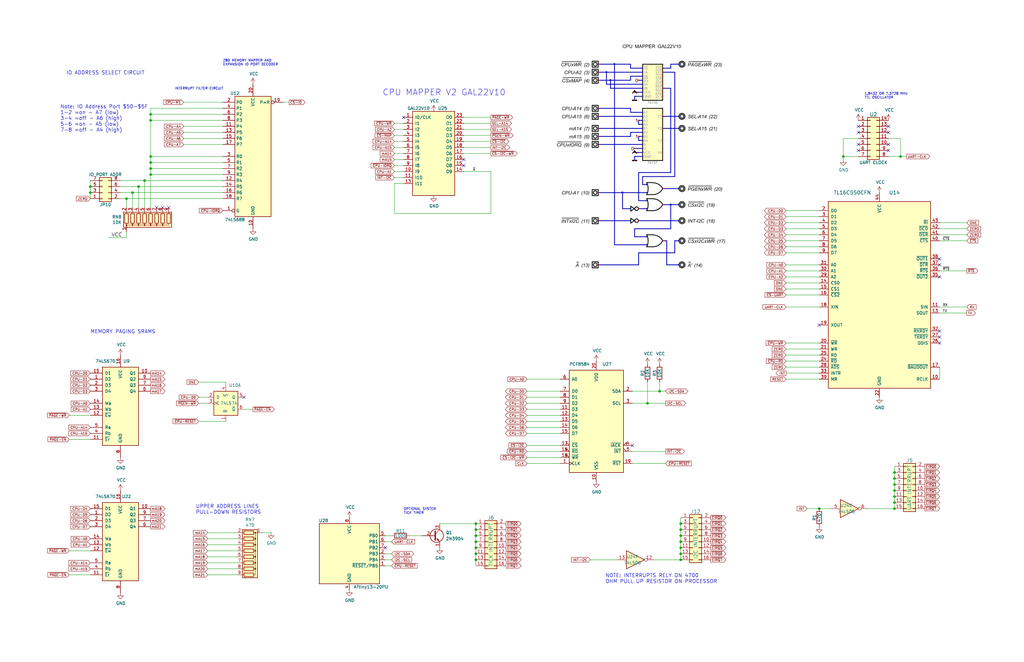
<source format=kicad_sch>
(kicad_sch (version 20211123) (generator eeschema)
  (paper "B")
  (junction (at 63.5 50.8))
  (junction (at 200.66 220.98))
  (junction (at 287.02 231.14))
  (junction (at 377.19 204.47))
  (junction (at 58.42 78.74))
  (junction (at 377.19 209.55))
  (junction (at 38.1 78.74))
  (junction (at 63.5 48.26))
  (junction (at 287.02 226.06))
  (junction (at 200.66 231.14))
  (junction (at 60.96 76.2))
  (junction (at 377.19 212.09))
  (junction (at 278.13 165.1))
  (junction (at 200.66 233.68))
  (junction (at 200.66 226.06))
  (junction (at 200.66 236.22))
  (junction (at 273.05 170.18))
  (junction (at 355.6 66.04))
  (junction (at 55.88 81.28))
  (junction (at 287.02 236.22))
  (junction (at 287.02 228.6))
  (junction (at 345.44 214.63))
  (junction (at 377.19 207.01))
  (junction (at 287.02 223.52))
  (junction (at 287.02 220.98))
  (junction (at 38.1 81.28))
  (junction (at 63.5 66.04))
  (junction (at 377.19 201.93))
  (junction (at 377.19 199.39))
  (junction (at 200.66 228.6))
  (junction (at 287.02 233.68))
  (junction (at 63.5 68.58))
  (junction (at 53.34 83.82))
  (junction (at 379.73 66.04))
  (junction (at 63.5 73.66))
  (junction (at 377.19 214.63))
  (junction (at 200.66 223.52))
  (junction (at 63.5 71.12))
  (no_connect (at 374.65 55.88))
  (no_connect (at 266.7 187.96))
  (no_connect (at 361.95 60.96))
  (no_connect (at 396.24 111.76))
  (no_connect (at 195.58 67.31))
  (no_connect (at 396.24 109.22))
  (no_connect (at 374.65 63.5))
  (no_connect (at 345.44 137.16))
  (no_connect (at 162.56 231.14))
  (no_connect (at 170.18 49.53))
  (no_connect (at 195.58 69.85))
  (no_connect (at 361.95 63.5))
  (no_connect (at 396.24 116.84))
  (no_connect (at 66.04 87.63))
  (no_connect (at 396.24 144.78))
  (no_connect (at 361.95 55.88))
  (no_connect (at 374.65 60.96))
  (no_connect (at 68.58 87.63))
  (no_connect (at 71.12 87.63))
  (no_connect (at 374.65 53.34))
  (no_connect (at 102.87 167.64))
  (no_connect (at 396.24 142.24))
  (no_connect (at 361.95 53.34))
  (no_connect (at 396.24 139.7))
  (wire (pts (xy 345.44 154.94) (xy 331.47 154.94)))
  (wire (pts (xy 355.6 58.42) (xy 355.6 66.04)))
  (wire (pts (xy 377.19 212.09) (xy 377.19 209.55)))
  (wire (pts (xy 200.66 228.6) (xy 200.66 226.06)))
  (wire (pts (xy 207.01 72.39) (xy 195.58 72.39)))
  (wire (pts (xy 200.66 231.14) (xy 200.66 228.6)))
  (wire (pts (xy 331.47 91.44) (xy 345.44 91.44)))
  (wire (pts (xy 200.66 223.52) (xy 200.66 220.98)))
  (wire (pts (xy 53.34 100.33) (xy 53.34 97.79)))
  (wire (pts (xy 87.63 224.79) (xy 100.33 224.79)))
  (wire (pts (xy 60.96 87.63) (xy 60.96 76.2)))
  (wire (pts (xy 55.88 87.63) (xy 55.88 81.28)))
  (wire (pts (xy 287.02 226.06) (xy 287.02 223.52)))
  (wire (pts (xy 195.58 49.53) (xy 207.01 49.53)))
  (wire (pts (xy 361.95 58.42) (xy 355.6 58.42)))
  (wire (pts (xy 407.67 101.6) (xy 396.24 101.6)))
  (wire (pts (xy 396.24 99.06) (xy 407.67 99.06)))
  (wire (pts (xy 407.67 132.08) (xy 396.24 132.08)))
  (wire (pts (xy 355.6 67.31) (xy 355.6 66.04)))
  (wire (pts (xy 195.58 64.77) (xy 207.01 64.77)))
  (wire (pts (xy 166.37 77.47) (xy 166.37 90.17)))
  (wire (pts (xy 77.47 53.34) (xy 93.98 53.34)))
  (wire (pts (xy 166.37 57.15) (xy 170.18 57.15)))
  (wire (pts (xy 95.25 162.56) (xy 95.25 161.29)))
  (wire (pts (xy 53.34 83.82) (xy 93.98 83.82)))
  (wire (pts (xy 166.37 72.39) (xy 170.18 72.39)))
  (wire (pts (xy 207.01 90.17) (xy 207.01 72.39)))
  (wire (pts (xy 287.02 231.14) (xy 287.02 228.6)))
  (wire (pts (xy 377.19 204.47) (xy 377.19 201.93)))
  (wire (pts (xy 236.22 190.5) (xy 222.25 190.5)))
  (wire (pts (xy 172.72 226.06) (xy 177.8 226.06)))
  (wire (pts (xy 200.66 233.68) (xy 200.66 231.14)))
  (wire (pts (xy 162.56 226.06) (xy 165.1 226.06)))
  (wire (pts (xy 83.82 167.64) (xy 87.63 167.64)))
  (wire (pts (xy 166.37 59.69) (xy 170.18 59.69)))
  (wire (pts (xy 331.47 104.14) (xy 345.44 104.14)))
  (wire (pts (xy 287.02 236.22) (xy 287.02 233.68)))
  (wire (pts (xy 236.22 193.04) (xy 222.25 193.04)))
  (wire (pts (xy 166.37 52.07) (xy 170.18 52.07)))
  (wire (pts (xy 166.37 64.77) (xy 170.18 64.77)))
  (wire (pts (xy 77.47 60.96) (xy 93.98 60.96)))
  (wire (pts (xy 95.25 161.29) (xy 83.82 161.29)))
  (wire (pts (xy 345.44 149.86) (xy 331.47 149.86)))
  (wire (pts (xy 273.05 161.29) (xy 273.05 170.18)))
  (wire (pts (xy 162.56 233.68) (xy 165.1 233.68)))
  (wire (pts (xy 63.5 71.12) (xy 63.5 73.66)))
  (wire (pts (xy 350.52 214.63) (xy 345.44 214.63)))
  (wire (pts (xy 379.73 66.04) (xy 382.27 66.04)))
  (wire (pts (xy 55.88 81.28) (xy 93.98 81.28)))
  (wire (pts (xy 377.19 199.39) (xy 377.19 196.85)))
  (wire (pts (xy 87.63 227.33) (xy 100.33 227.33)))
  (wire (pts (xy 29.21 185.42) (xy 38.1 185.42)))
  (wire (pts (xy 195.58 52.07) (xy 207.01 52.07)))
  (wire (pts (xy 29.21 175.26) (xy 38.1 175.26)))
  (wire (pts (xy 77.47 43.18) (xy 93.98 43.18)))
  (wire (pts (xy 166.37 69.85) (xy 170.18 69.85)))
  (wire (pts (xy 63.5 66.04) (xy 93.98 66.04)))
  (wire (pts (xy 87.63 237.49) (xy 100.33 237.49)))
  (wire (pts (xy 287.02 220.98) (xy 287.02 218.44)))
  (wire (pts (xy 236.22 187.96) (xy 222.25 187.96)))
  (wire (pts (xy 407.67 114.3) (xy 396.24 114.3)))
  (wire (pts (xy 355.6 66.04) (xy 361.95 66.04)))
  (wire (pts (xy 345.44 124.46) (xy 331.47 124.46)))
  (wire (pts (xy 195.58 62.23) (xy 207.01 62.23)))
  (wire (pts (xy 222.25 172.72) (xy 236.22 172.72)))
  (wire (pts (xy 345.44 116.84) (xy 331.47 116.84)))
  (wire (pts (xy 379.73 58.42) (xy 379.73 66.04)))
  (wire (pts (xy 345.44 160.02) (xy 331.47 160.02)))
  (wire (pts (xy 331.47 96.52) (xy 345.44 96.52)))
  (wire (pts (xy 119.38 43.18) (xy 121.92 43.18)))
  (wire (pts (xy 87.63 232.41) (xy 100.33 232.41)))
  (wire (pts (xy 63.5 87.63) (xy 63.5 73.66)))
  (wire (pts (xy 345.44 147.32) (xy 331.47 147.32)))
  (wire (pts (xy 38.1 81.28) (xy 38.1 83.82)))
  (wire (pts (xy 50.8 81.28) (xy 55.88 81.28)))
  (wire (pts (xy 345.44 119.38) (xy 331.47 119.38)))
  (wire (pts (xy 331.47 93.98) (xy 345.44 93.98)))
  (wire (pts (xy 50.8 83.82) (xy 53.34 83.82)))
  (wire (pts (xy 195.58 57.15) (xy 207.01 57.15)))
  (wire (pts (xy 345.44 144.78) (xy 331.47 144.78)))
  (wire (pts (xy 63.5 66.04) (xy 63.5 68.58)))
  (wire (pts (xy 266.7 165.1) (xy 278.13 165.1)))
  (wire (pts (xy 77.47 55.88) (xy 93.98 55.88)))
  (wire (pts (xy 396.24 93.98) (xy 407.67 93.98)))
  (wire (pts (xy 266.7 170.18) (xy 273.05 170.18)))
  (wire (pts (xy 63.5 71.12) (xy 93.98 71.12)))
  (wire (pts (xy 287.02 228.6) (xy 287.02 226.06)))
  (wire (pts (xy 377.19 209.55) (xy 377.19 207.01)))
  (wire (pts (xy 38.1 76.2) (xy 38.1 78.74)))
  (wire (pts (xy 287.02 233.68) (xy 287.02 231.14)))
  (wire (pts (xy 280.67 195.58) (xy 266.7 195.58)))
  (wire (pts (xy 60.96 76.2) (xy 93.98 76.2)))
  (wire (pts (xy 195.58 59.69) (xy 207.01 59.69)))
  (wire (pts (xy 87.63 234.95) (xy 100.33 234.95)))
  (wire (pts (xy 331.47 88.9) (xy 345.44 88.9)))
  (wire (pts (xy 222.25 180.34) (xy 236.22 180.34)))
  (wire (pts (xy 63.5 45.72) (xy 93.98 45.72)))
  (wire (pts (xy 200.66 238.76) (xy 200.66 236.22)))
  (wire (pts (xy 379.73 66.04) (xy 374.65 66.04)))
  (wire (pts (xy 166.37 54.61) (xy 170.18 54.61)))
  (wire (pts (xy 162.56 236.22) (xy 165.1 236.22)))
  (wire (pts (xy 222.25 165.1) (xy 236.22 165.1)))
  (wire (pts (xy 377.19 207.01) (xy 377.19 204.47)))
  (wire (pts (xy 273.05 170.18) (xy 280.67 170.18)))
  (wire (pts (xy 53.34 87.63) (xy 53.34 83.82)))
  (wire (pts (xy 345.44 121.92) (xy 331.47 121.92)))
  (wire (pts (xy 287.02 223.52) (xy 287.02 220.98)))
  (wire (pts (xy 63.5 68.58) (xy 63.5 71.12)))
  (wire (pts (xy 374.65 58.42) (xy 379.73 58.42)))
  (wire (pts (xy 396.24 96.52) (xy 407.67 96.52)))
  (wire (pts (xy 63.5 50.8) (xy 93.98 50.8)))
  (wire (pts (xy 185.42 220.98) (xy 200.66 220.98)))
  (wire (pts (xy 331.47 157.48) (xy 345.44 157.48)))
  (wire (pts (xy 222.25 167.64) (xy 236.22 167.64)))
  (wire (pts (xy 63.5 48.26) (xy 93.98 48.26)))
  (wire (pts (xy 45.72 100.33) (xy 53.34 100.33)))
  (wire (pts (xy 166.37 67.31) (xy 170.18 67.31)))
  (wire (pts (xy 110.49 224.79) (xy 114.3 224.79)))
  (wire (pts (xy 222.25 175.26) (xy 236.22 175.26)))
  (wire (pts (xy 260.35 236.22) (xy 248.92 236.22)))
  (wire (pts (xy 102.87 172.72) (xy 106.68 172.72)))
  (wire (pts (xy 166.37 62.23) (xy 170.18 62.23)))
  (wire (pts (xy 87.63 242.57) (xy 100.33 242.57)))
  (wire (pts (xy 200.66 226.06) (xy 200.66 223.52)))
  (wire (pts (xy 50.8 78.74) (xy 58.42 78.74)))
  (wire (pts (xy 58.42 78.74) (xy 93.98 78.74)))
  (wire (pts (xy 280.67 190.5) (xy 266.7 190.5)))
  (wire (pts (xy 50.8 76.2) (xy 60.96 76.2)))
  (wire (pts (xy 275.59 236.22) (xy 287.02 236.22)))
  (wire (pts (xy 345.44 114.3) (xy 331.47 114.3)))
  (wire (pts (xy 278.13 161.29) (xy 278.13 165.1)))
  (wire (pts (xy 162.56 238.76) (xy 165.1 238.76)))
  (wire (pts (xy 200.66 236.22) (xy 200.66 233.68)))
  (wire (pts (xy 331.47 99.06) (xy 345.44 99.06)))
  (wire (pts (xy 365.76 214.63) (xy 377.19 214.63)))
  (wire (pts (xy 222.25 182.88) (xy 236.22 182.88)))
  (wire (pts (xy 63.5 50.8) (xy 63.5 66.04)))
  (wire (pts (xy 345.44 152.4) (xy 331.47 152.4)))
  (wire (pts (xy 29.21 232.41) (xy 38.1 232.41)))
  (wire (pts (xy 29.21 242.57) (xy 38.1 242.57)))
  (wire (pts (xy 87.63 240.03) (xy 100.33 240.03)))
  (wire (pts (xy 63.5 68.58) (xy 93.98 68.58)))
  (wire (pts (xy 345.44 129.54) (xy 331.47 129.54)))
  (wire (pts (xy 95.25 177.8) (xy 83.82 177.8)))
  (wire (pts (xy 63.5 73.66) (xy 93.98 73.66)))
  (wire (pts (xy 236.22 195.58) (xy 222.25 195.58)))
  (wire (pts (xy 222.25 177.8) (xy 236.22 177.8)))
  (wire (pts (xy 331.47 106.68) (xy 345.44 106.68)))
  (wire (pts (xy 331.47 101.6) (xy 345.44 101.6)))
  (wire (pts (xy 162.56 228.6) (xy 165.1 228.6)))
  (wire (pts (xy 38.1 78.74) (xy 38.1 81.28)))
  (wire (pts (xy 377.19 214.63) (xy 377.19 212.09)))
  (wire (pts (xy 166.37 90.17) (xy 207.01 90.17)))
  (wire (pts (xy 170.18 77.47) (xy 166.37 77.47)))
  (wire (pts (xy 278.13 165.1) (xy 280.67 165.1)))
  (wire (pts (xy 166.37 74.93) (xy 170.18 74.93)))
  (wire (pts (xy 407.67 129.54) (xy 396.24 129.54)))
  (wire (pts (xy 345.44 214.63) (xy 340.36 214.63)))
  (wire (pts (xy 396.24 160.02) (xy 396.24 154.94)))
  (wire (pts (xy 222.25 170.18) (xy 236.22 170.18)))
  (wire (pts (xy 236.22 160.02) (xy 222.25 160.02)))
  (wire (pts (xy 63.5 48.26) (xy 63.5 45.72)))
  (wire (pts (xy 87.63 229.87) (xy 100.33 229.87)))
  (wire (pts (xy 77.47 58.42) (xy 93.98 58.42)))
  (wire (pts (xy 58.42 87.63) (xy 58.42 78.74)))
  (wire (pts (xy 83.82 170.18) (xy 87.63 170.18)))
  (wire (pts (xy 195.58 54.61) (xy 207.01 54.61)))
  (wire (pts (xy 63.5 50.8) (xy 63.5 48.26)))
  (wire (pts (xy 345.44 111.76) (xy 331.47 111.76)))
  (wire (pts (xy 377.19 201.93) (xy 377.19 199.39)))
  (image (at 270.256 65.786))
  (text "CPU MAPPER V2 GAL22V10" (at 161.29 40.64 0) (effects (font (size 2.54 2.54)) (justify left bottom)))
  (text "Z80 MEMORY MAPPER AND \nEXPANSION IO PORT DECODER\n" (at 93.98 27.94 0) (effects (font (size 1.016 1.016)) (justify left bottom)))
  (text "UPPER ADDRESS LINES \nPULL-DOWN RESISTORS" (at 82.55 217.17 0) (effects (font (size 1.524 1.524)) (justify left bottom)))
  (text "MEMORY PAGING SRAMS" (at 38.1 140.97 0) (effects (font (size 1.524 1.524)) (justify left bottom)))
  (text "OPTIONAL SYSTEM\nTICK TIMER" (at 170.18 217.17 0) (effects (font (size 1.016 1.016)) (justify left bottom)))
  (text "IO ADDRESS SELECT CIRCUIT" (at 27.94 31.75 0) (effects (font (size 1.524 1.524)) (justify left bottom)))
  (text "INTERRUPT FILTER CIRCUIT" (at 73.66 38.1 0) (effects (font (size 1.016 1.016)) (justify left bottom)))
  (text "1.8432 OR 7.3728 MHz\nTTL OSCILLATOR" (at 364.49 41.91 0) (effects (font (size 1.016 1.016)) (justify left bottom)))
  (text "NOTE: INTERRUPTS RELY ON 4700 \nOHM PULL UP RESISTOR ON PROCESSOR" (at 255.27 246.38 0) (effects (font (size 1.524 1.524)) (justify left bottom)))
  (text "Note: IO Address Port $50-$5F\n1-2 =on - A7 (low)\n3-4 =off - A6 (high)\n5-6 =on - A5 (low)\n7-8 =off - A4 (high)" (at 25.4 55.88 0) (effects (font (size 1.524 1.524)) (justify left bottom)))
  (label "~{A}" (at 199.39 72.39 0) (effects (font (size 1.016 1.016))))
  (label "~{CTS}" (at 397.51 101.6 0) (effects (font (size 1.016 1.016))))
  (label "RX" (at 397.51 129.54 0) (effects (font (size 1.016 1.016))))
  (label "~{RTS}" (at 397.51 114.3 0) (effects (font (size 1.016 1.016))))
  (label "VCC" (at 46.99 100.33 0) (effects (font (size 1.524 1.524))))
  (label "TX" (at 397.51 132.08 0) (effects (font (size 1.016 1.016))))
  (global_label "~{EIRQ7}" (shape output) (at 299.72 236.22 0) (effects (font (size 1.016 1.016))) (property "Intersheet References" "${INTERSHEET_REFS}" (effects hide)))
  (global_label "~{EIRQ1}" (shape output) (at 389.89 199.39 0) (effects (font (size 1.016 1.016))) (property "Intersheet References" "${INTERSHEET_REFS}" (effects hide)))
  (global_label "~{EIRQ0}" (shape output) (at 389.89 196.85 0) (effects (font (size 1.016 1.016))) (property "Intersheet References" "${INTERSHEET_REFS}" (effects hide)))
  (global_label "~{EIRQ1}" (shape output) (at 299.72 220.98 0) (effects (font (size 1.016 1.016))) (property "Intersheet References" "${INTERSHEET_REFS}" (effects hide)))
  (global_label "mA18" (shape output) (at 63.5 214.63 0) (effects (font (size 1.016 1.016))) (property "Intersheet References" "${INTERSHEET_REFS}" (effects hide)))
  (global_label "CPU-A14" (shape input) (at 166.37 59.69 180) (effects (font (size 1.016 1.016))) (property "Intersheet References" "${INTERSHEET_REFS}" (effects hide)))
  (global_label "SEL-A14" (shape output) (at 207.01 52.07 0) (effects (font (size 1.016 1.016))) (property "Intersheet References" "${INTERSHEET_REFS}" (effects hide)))
  (global_label "~{EIRQ6}" (shape output) (at 213.36 236.22 0) (effects (font (size 1.016 1.016))) (property "Intersheet References" "${INTERSHEET_REFS}" (effects hide)))
  (global_label "mA21" (shape output) (at 63.5 222.25 0) (effects (font (size 1.016 1.016))) (property "Intersheet References" "${INTERSHEET_REFS}" (effects hide)))
  (global_label "CPU-D5" (shape bidirectional) (at 222.25 177.8 180) (effects (font (size 1.016 1.016))) (property "Intersheet References" "${INTERSHEET_REFS}" (effects hide)))
  (global_label "~{EIRQ2}" (shape output) (at 299.72 223.52 0) (effects (font (size 1.016 1.016))) (property "Intersheet References" "${INTERSHEET_REFS}" (effects hide)))
  (global_label "~{INT-I2C}" (shape input) (at 166.37 74.93 180) (effects (font (size 1.016 1.016))) (property "Intersheet References" "${INTERSHEET_REFS}" (effects hide)))
  (global_label "~{CTS}" (shape input) (at 407.67 101.6 0) (effects (font (size 1.016 1.016))) (property "Intersheet References" "${INTERSHEET_REFS}" (effects hide)))
  (global_label "CPU-D5" (shape input) (at 38.1 217.17 180) (effects (font (size 1.016 1.016))) (property "Intersheet References" "${INTERSHEET_REFS}" (effects hide)))
  (global_label "~{CPU-RESET}" (shape input) (at 280.67 195.58 0) (effects (font (size 1.016 1.016))) (property "Intersheet References" "${INTERSHEET_REFS}" (effects hide)))
  (global_label "CPU-D3" (shape bidirectional) (at 331.47 96.52 180) (effects (font (size 1.016 1.016))) (property "Intersheet References" "${INTERSHEET_REFS}" (effects hide)))
  (global_label "CPU-A1" (shape input) (at 38.1 229.87 180) (effects (font (size 1.016 1.016))) (property "Intersheet References" "${INTERSHEET_REFS}" (effects hide)))
  (global_label "CPU-A0" (shape input) (at 38.1 227.33 180) (effects (font (size 1.016 1.016))) (property "Intersheet References" "${INTERSHEET_REFS}" (effects hide)))
  (global_label "~{PGEN-WR}" (shape output) (at 207.01 57.15 0) (effects (font (size 1.016 1.016))) (property "Intersheet References" "${INTERSHEET_REFS}" (effects hide)))
  (global_label "CPU-D6" (shape bidirectional) (at 222.25 180.34 180) (effects (font (size 1.016 1.016))) (property "Intersheet References" "${INTERSHEET_REFS}" (effects hide)))
  (global_label "ZERO" (shape input) (at 331.47 154.94 180) (effects (font (size 1.016 1.016))) (property "Intersheet References" "${INTERSHEET_REFS}" (effects hide)))
  (global_label "mA20" (shape input) (at 87.63 240.03 180) (effects (font (size 1.016 1.016))) (property "Intersheet References" "${INTERSHEET_REFS}" (effects hide)))
  (global_label "CPU-A1" (shape input) (at 331.47 114.3 180) (effects (font (size 1.016 1.016))) (property "Intersheet References" "${INTERSHEET_REFS}" (effects hide)))
  (global_label "I2C-SDA" (shape bidirectional) (at 165.1 233.68 0) (effects (font (size 1.016 1.016))) (property "Intersheet References" "${INTERSHEET_REFS}" (effects hide)))
  (global_label "~{CS-I2C}" (shape output) (at 207.01 59.69 0) (effects (font (size 1.016 1.016))) (property "Intersheet References" "${INTERSHEET_REFS}" (effects hide)))
  (global_label "ONE" (shape input) (at 331.47 119.38 180) (effects (font (size 1.016 1.016))) (property "Intersheet References" "${INTERSHEET_REFS}" (effects hide)))
  (global_label "~{EIRQ5}" (shape output) (at 213.36 233.68 0) (effects (font (size 1.016 1.016))) (property "Intersheet References" "${INTERSHEET_REFS}" (effects hide)))
  (global_label "ZERO" (shape input) (at 407.67 96.52 0) (effects (font (size 1.016 1.016))) (property "Intersheet References" "${INTERSHEET_REFS}" (effects hide)))
  (global_label "~{PAGE-EN}" (shape output) (at 106.68 172.72 0) (effects (font (size 1.016 1.016))) (property "Intersheet References" "${INTERSHEET_REFS}" (effects hide)))
  (global_label "INT" (shape output) (at 331.47 157.48 180) (effects (font (size 1.016 1.016))) (property "Intersheet References" "${INTERSHEET_REFS}" (effects hide)))
  (global_label "mA17" (shape output) (at 63.5 165.1 0) (effects (font (size 1.016 1.016))) (property "Intersheet References" "${INTERSHEET_REFS}" (effects hide)))
  (global_label "CPU-A1" (shape input) (at 38.1 172.72 180) (effects (font (size 1.016 1.016))) (property "Intersheet References" "${INTERSHEET_REFS}" (effects hide)))
  (global_label "ZERO" (shape input) (at 38.1 83.82 180) (effects (font (size 1.016 1.016))) (property "Intersheet References" "${INTERSHEET_REFS}" (effects hide)))
  (global_label "~{RTS}" (shape output) (at 407.67 114.3 0) (effects (font (size 1.016 1.016))) (property "Intersheet References" "${INTERSHEET_REFS}" (effects hide)))
  (global_label "ZERO" (shape input) (at 331.47 149.86 180) (effects (font (size 1.016 1.016))) (property "Intersheet References" "${INTERSHEET_REFS}" (effects hide)))
  (global_label "mA15" (shape output) (at 63.5 160.02 0) (effects (font (size 1.016 1.016))) (property "Intersheet References" "${INTERSHEET_REFS}" (effects hide)))
  (global_label "ZERO" (shape input) (at 331.47 147.32 180) (effects (font (size 1.016 1.016))) (property "Intersheet References" "${INTERSHEET_REFS}" (effects hide)))
  (global_label "CPU-D4" (shape input) (at 38.1 214.63 180) (effects (font (size 1.016 1.016))) (property "Intersheet References" "${INTERSHEET_REFS}" (effects hide)))
  (global_label "CPU-A6" (shape input) (at 77.47 58.42 180) (effects (font (size 1.016 1.016))) (property "Intersheet References" "${INTERSHEET_REFS}" (effects hide)))
  (global_label "~{EIRQ2}" (shape output) (at 213.36 226.06 0) (effects (font (size 1.016 1.016))) (property "Intersheet References" "${INTERSHEET_REFS}" (effects hide)))
  (global_label "mA14" (shape output) (at 63.5 157.48 0) (effects (font (size 1.016 1.016))) (property "Intersheet References" "${INTERSHEET_REFS}" (effects hide)))
  (global_label "mA14" (shape input) (at 87.63 224.79 180) (effects (font (size 1.016 1.016))) (property "Intersheet References" "${INTERSHEET_REFS}" (effects hide)))
  (global_label "CPU-A4" (shape input) (at 77.47 53.34 180) (effects (font (size 1.016 1.016))) (property "Intersheet References" "${INTERSHEET_REFS}" (effects hide)))
  (global_label "~{EIRQ4}" (shape output) (at 213.36 231.14 0) (effects (font (size 1.016 1.016))) (property "Intersheet References" "${INTERSHEET_REFS}" (effects hide)))
  (global_label "INT" (shape input) (at 340.36 214.63 180) (effects (font (size 1.016 1.016))) (property "Intersheet References" "${INTERSHEET_REFS}" (effects hide)))
  (global_label "CPU-A15" (shape input) (at 38.1 240.03 180) (effects (font (size 1.016 1.016))) (property "Intersheet References" "${INTERSHEET_REFS}" (effects hide)))
  (global_label "~{CPU-RD}" (shape input) (at 331.47 152.4 180) (effects (font (size 1.016 1.016))) (property "Intersheet References" "${INTERSHEET_REFS}" (effects hide)))
  (global_label "CPU-D2" (shape bidirectional) (at 222.25 170.18 180) (effects (font (size 1.016 1.016))) (property "Intersheet References" "${INTERSHEET_REFS}" (effects hide)))
  (global_label "~{PAGE-WR}" (shape input) (at 29.21 232.41 180) (effects (font (size 1.016 1.016))) (property "Intersheet References" "${INTERSHEET_REFS}" (effects hide)))
  (global_label "INT-I2C" (shape output) (at 207.01 62.23 0) (effects (font (size 1.016 1.016))) (property "Intersheet References" "${INTERSHEET_REFS}" (effects hide)))
  (global_label "CPU-D4" (shape bidirectional) (at 331.47 99.06 180) (effects (font (size 1.016 1.016))) (property "Intersheet References" "${INTERSHEET_REFS}" (effects hide)))
  (global_label "~{EIRQ1}" (shape output) (at 213.36 223.52 0) (effects (font (size 1.016 1.016))) (property "Intersheet References" "${INTERSHEET_REFS}" (effects hide)))
  (global_label "~{CS-IO}" (shape output) (at 121.92 43.18 0) (effects (font (size 1.016 1.016))) (property "Intersheet References" "${INTERSHEET_REFS}" (effects hide)))
  (global_label "CPU-D2" (shape bidirectional) (at 331.47 93.98 180) (effects (font (size 1.016 1.016))) (property "Intersheet References" "${INTERSHEET_REFS}" (effects hide)))
  (global_label "~{EIRQ2}" (shape output) (at 389.89 201.93 0) (effects (font (size 1.016 1.016))) (property "Intersheet References" "${INTERSHEET_REFS}" (effects hide)))
  (global_label "~{PAGE-WR}" (shape input) (at 29.21 175.26 180) (effects (font (size 1.016 1.016))) (property "Intersheet References" "${INTERSHEET_REFS}" (effects hide)))
  (global_label "mA19" (shape input) (at 87.63 237.49 180) (effects (font (size 1.016 1.016))) (property "Intersheet References" "${INTERSHEET_REFS}" (effects hide)))
  (global_label "CPU-D2" (shape input) (at 38.1 162.56 180) (effects (font (size 1.016 1.016))) (property "Intersheet References" "${INTERSHEET_REFS}" (effects hide)))
  (global_label "~{EIRQ0}" (shape output) (at 299.72 218.44 0) (effects (font (size 1.016 1.016))) (property "Intersheet References" "${INTERSHEET_REFS}" (effects hide)))
  (global_label "CPU-A2" (shape input) (at 166.37 54.61 180) (effects (font (size 1.016 1.016))) (property "Intersheet References" "${INTERSHEET_REFS}" (effects hide)))
  (global_label "CPU-A0" (shape input) (at 38.1 170.18 180) (effects (font (size 1.016 1.016))) (property "Intersheet References" "${INTERSHEET_REFS}" (effects hide)))
  (global_label "CPU-A0" (shape input) (at 331.47 111.76 180) (effects (font (size 1.016 1.016))) (property "Intersheet References" "${INTERSHEET_REFS}" (effects hide)))
  (global_label "ONE" (shape input) (at 331.47 121.92 180) (effects (font (size 1.016 1.016))) (property "Intersheet References" "${INTERSHEET_REFS}" (effects hide)))
  (global_label "~{CPU-RESET}" (shape input) (at 83.82 177.8 180) (effects (font (size 1.016 1.016))) (property "Intersheet References" "${INTERSHEET_REFS}" (effects hide)))
  (global_label "CPU-A2" (shape input) (at 331.47 116.84 180) (effects (font (size 1.016 1.016))) (property "Intersheet References" "${INTERSHEET_REFS}" (effects hide)))
  (global_label "~{CS-I2C-WR}" (shape output) (at 207.01 64.77 0) (effects (font (size 1.016 1.016))) (property "Intersheet References" "${INTERSHEET_REFS}" (effects hide)))
  (global_label "CPU-D7" (shape bidirectional) (at 222.25 182.88 180) (effects (font (size 1.016 1.016))) (property "Intersheet References" "${INTERSHEET_REFS}" (effects hide)))
  (global_label "mA17" (shape input) (at 87.63 232.41 180) (effects (font (size 1.016 1.016))) (property "Intersheet References" "${INTERSHEET_REFS}" (effects hide)))
  (global_label "CPU-D3" (shape bidirectional) (at 222.25 172.72 180) (effects (font (size 1.016 1.016))) (property "Intersheet References" "${INTERSHEET_REFS}" (effects hide)))
  (global_label "~{EIRQ6}" (shape output) (at 299.72 233.68 0) (effects (font (size 1.016 1.016))) (property "Intersheet References" "${INTERSHEET_REFS}" (effects hide)))
  (global_label "RESET" (shape input) (at 331.47 160.02 180) (effects (font (size 1.016 1.016))) (property "Intersheet References" "${INTERSHEET_REFS}" (effects hide)))
  (global_label "CPU-D0" (shape input) (at 38.1 157.48 180) (effects (font (size 1.016 1.016))) (property "Intersheet References" "${INTERSHEET_REFS}" (effects hide)))
  (global_label "CPU-D6" (shape bidirectional) (at 331.47 104.14 180) (effects (font (size 1.016 1.016))) (property "Intersheet References" "${INTERSHEET_REFS}" (effects hide)))
  (global_label "~{PAGE-WR}" (shape output) (at 207.01 49.53 0) (effects (font (size 1.016 1.016))) (property "Intersheet References" "${INTERSHEET_REFS}" (effects hide)))
  (global_label "~{CPU-IORQ}" (shape input) (at 93.98 88.9 180) (effects (font (size 1.016 1.016))) (property "Intersheet References" "${INTERSHEET_REFS}" (effects hide)))
  (global_label "mA16" (shape input) (at 87.63 229.87 180) (effects (font (size 1.016 1.016))) (property "Intersheet References" "${INTERSHEET_REFS}" (effects hide)))
  (global_label "INT-I2C" (shape input) (at 248.92 236.22 180) (effects (font (size 1.016 1.016))) (property "Intersheet References" "${INTERSHEET_REFS}" (effects hide)))
  (global_label "CPU-A14" (shape input) (at 38.1 237.49 180) (effects (font (size 1.016 1.016))) (property "Intersheet References" "${INTERSHEET_REFS}" (effects hide)))
  (global_label "~{EIRQ5}" (shape output) (at 299.72 231.14 0) (effects (font (size 1.016 1.016))) (property "Intersheet References" "${INTERSHEET_REFS}" (effects hide)))
  (global_label "~{EIRQ7}" (shape output) (at 389.89 214.63 0) (effects (font (size 1.016 1.016))) (property "Intersheet References" "${INTERSHEET_REFS}" (effects hide)))
  (global_label "I2C-SDA" (shape bidirectional) (at 280.67 165.1 0) (effects (font (size 1.016 1.016))) (property "Intersheet References" "${INTERSHEET_REFS}" (effects hide)))
  (global_label "CPU-A0" (shape input) (at 222.25 160.02 180) (effects (font (size 1.016 1.016))) (property "Intersheet References" "${INTERSHEET_REFS}" (effects hide)))
  (global_label "~{CPU-IORQ}" (shape input) (at 166.37 69.85 180) (effects (font (size 1.016 1.016))) (property "Intersheet References" "${INTERSHEET_REFS}" (effects hide)))
  (global_label "CPU-D7" (shape input) (at 38.1 222.25 180) (effects (font (size 1.016 1.016))) (property "Intersheet References" "${INTERSHEET_REFS}" (effects hide)))
  (global_label "~{CPU-RD}" (shape input) (at 222.25 190.5 180) (effects (font (size 1.016 1.016))) (property "Intersheet References" "${INTERSHEET_REFS}" (effects hide)))
  (global_label "~{EIRQ3}" (shape output) (at 213.36 228.6 0) (effects (font (size 1.016 1.016))) (property "Intersheet References" "${INTERSHEET_REFS}" (effects hide)))
  (global_label "UART-CLK" (shape input) (at 331.47 129.54 180) (effects (font (size 1.016 1.016))) (property "Intersheet References" "${INTERSHEET_REFS}" (effects hide)))
  (global_label "~{INT-I2C}" (shape output) (at 280.67 190.5 0) (effects (font (size 1.016 1.016))) (property "Intersheet References" "${INTERSHEET_REFS}" (effects hide)))
  (global_label "~{EIRQ3}" (shape output) (at 299.72 226.06 0) (effects (font (size 1.016 1.016))) (property "Intersheet References" "${INTERSHEET_REFS}" (effects hide)))
  (global_label "~{PAGE-EN}" (shape input) (at 29.21 185.42 180) (effects (font (size 1.016 1.016))) (property "Intersheet References" "${INTERSHEET_REFS}" (effects hide)))
  (global_label "~{CPU-WR}" (shape input) (at 331.47 144.78 180) (effects (font (size 1.016 1.016))) (property "Intersheet References" "${INTERSHEET_REFS}" (effects hide)))
  (global_label "~{PAGE-EN}" (shape input) (at 29.21 242.57 180) (effects (font (size 1.016 1.016))) (property "Intersheet References" "${INTERSHEET_REFS}" (effects hide)))
  (global_label "CPU-A5" (shape input) (at 77.47 55.88 180) (effects (font (size 1.016 1.016))) (property "Intersheet References" "${INTERSHEET_REFS}" (effects hide)))
  (global_label "ONE" (shape input) (at 407.67 93.98 0) (effects (font (size 1.016 1.016))) (property "Intersheet References" "${INTERSHEET_REFS}" (effects hide)))
  (global_label "~{CPU-WR}" (shape input) (at 166.37 52.07 180) (effects (font (size 1.016 1.016))) (property "Intersheet References" "${INTERSHEET_REFS}" (effects hide)))
  (global_label "mA20" (shape output) (at 63.5 219.71 0) (effects (font (size 1.016 1.016))) (property "Intersheet References" "${INTERSHEET_REFS}" (effects hide)))
  (global_label "CPU-A1" (shape input) (at 166.37 72.39 180) (effects (font (size 1.016 1.016))) (property "Intersheet References" "${INTERSHEET_REFS}" (effects hide)))
  (global_label "UART-CLK" (shape input) (at 165.1 228.6 0) (effects (font (size 1.016 1.016))) (property "Intersheet References" "${INTERSHEET_REFS}" (effects hide)))
  (global_label "CPU-D4" (shape bidirectional) (at 222.25 175.26 180) (effects (font (size 1.016 1.016))) (property "Intersheet References" "${INTERSHEET_REFS}" (effects hide)))
  (global_label "CPU-D0" (shape bidirectional) (at 222.25 165.1 180) (effects (font (size 1.016 1.016))) (property "Intersheet References" "${INTERSHEET_REFS}" (effects hide)))
  (global_label "mA21" (shape input) (at 87.63 242.57 180) (effects (font (size 1.016 1.016))) (property "Intersheet References" "${INTERSHEET_REFS}" (effects hide)))
  (global_label "ONE" (shape input) (at 83.82 161.29 180) (effects (font (size 1.016 1.016))) (property "Intersheet References" "${INTERSHEET_REFS}" (effects hide)))
  (global_label "TX" (shape output) (at 407.67 132.08 0) (effects (font (size 1.016 1.016))) (property "Intersheet References" "${INTERSHEET_REFS}" (effects hide)))
  (global_label "mA15" (shape input) (at 166.37 67.31 180) (effects (font (size 1.016 1.016))) (property "Intersheet References" "${INTERSHEET_REFS}" (effects hide)))
  (global_label "~{EIRQ4}" (shape output) (at 299.72 228.6 0) (effects (font (size 1.016 1.016))) (property "Intersheet References" "${INTERSHEET_REFS}" (effects hide)))
  (global_label "CPU-D0" (shape bidirectional) (at 331.47 88.9 180) (effects (font (size 1.016 1.016))) (property "Intersheet References" "${INTERSHEET_REFS}" (effects hide)))
  (global_label "CPU-D1" (shape bidirectional) (at 222.25 167.64 180) (effects (font (size 1.016 1.016))) (property "Intersheet References" "${INTERSHEET_REFS}" (effects hide)))
  (global_label "~{EIRQ7}" (shape output) (at 213.36 238.76 0) (effects (font (size 1.016 1.016))) (property "Intersheet References" "${INTERSHEET_REFS}" (effects hide)))
  (global_label "CPU-D0" (shape input) (at 83.82 167.64 180) (effects (font (size 1.016 1.016))) (property "Intersheet References" "${INTERSHEET_REFS}" (effects hide)))
  (global_label "mA18" (shape input) (at 87.63 234.95 180) (effects (font (size 1.016 1.016))) (property "Intersheet References" "${INTERSHEET_REFS}" (effects hide)))
  (global_label "UART-CLK" (shape output) (at 382.27 66.04 0) (effects (font (size 1.016 1.016))) (property "Intersheet References" "${INTERSHEET_REFS}" (effects hide)))
  (global_label "~{CS-UART}" (shape input) (at 331.47 124.46 180) (effects (font (size 1.016 1.016))) (property "Intersheet References" "${INTERSHEET_REFS}" (effects hide)))
  (global_label "CPU-D1" (shape input) (at 38.1 160.02 180) (effects (font (size 1.016 1.016))) (property "Intersheet References" "${INTERSHEET_REFS}" (effects hide)))
  (global_label "ZERO" (shape input) (at 407.67 99.06 0) (effects (font (size 1.016 1.016))) (property "Intersheet References" "${INTERSHEET_REFS}" (effects hide)))
  (global_label "~{CPU-RESET}" (shape input) (at 165.1 238.76 0) (effects (font (size 1.016 1.016))) (property "Intersheet References" "${INTERSHEET_REFS}" (effects hide)))
  (global_label "SEL-A15" (shape output) (at 207.01 54.61 0) (effects (font (size 1.016 1.016))) (property "Intersheet References" "${INTERSHEET_REFS}" (effects hide)))
  (global_label "mA14" (shape input) (at 166.37 64.77 180) (effects (font (size 1.016 1.016))) (property "Intersheet References" "${INTERSHEET_REFS}" (effects hide)))
  (global_label "I2C-SCL" (shape output) (at 280.67 170.18 0) (effects (font (size 1.016 1.016))) (property "Intersheet References" "${INTERSHEET_REFS}" (effects hide)))
  (global_label "~{CPU-M1}" (shape input) (at 77.47 43.18 180) (effects (font (size 1.016 1.016))) (property "Intersheet References" "${INTERSHEET_REFS}" (effects hide)))
  (global_label "CLK" (shape input) (at 222.25 195.58 180) (effects (font (size 1.016 1.016))) (property "Intersheet References" "${INTERSHEET_REFS}" (effects hide)))
  (global_label "I2C-SCL" (shape input) (at 165.1 236.22 0) (effects (font (size 1.016 1.016))) (property "Intersheet References" "${INTERSHEET_REFS}" (effects hide)))
  (global_label "CPU-D5" (shape bidirectional) (at 331.47 101.6 180) (effects (font (size 1.016 1.016))) (property "Intersheet References" "${INTERSHEET_REFS}" (effects hide)))
  (global_label "~{PGEN-WR}" (shape input) (at 83.82 170.18 180) (effects (font (size 1.016 1.016))) (property "Intersheet References" "${INTERSHEET_REFS}" (effects hide)))
  (global_label "CPU-A15" (shape input) (at 38.1 182.88 180) (effects (font (size 1.016 1.016))) (property "Intersheet References" "${INTERSHEET_REFS}" (effects hide)))
  (global_label "~{CS-I2C-WR}" (shape input) (at 222.25 193.04 180) (effects (font (size 1.016 1.016))) (property "Intersheet References" "${INTERSHEET_REFS}" (effects hide)))
  (global_label "mA16" (shape output) (at 63.5 162.56 0) (effects (font (size 1.016 1.016))) (property "Intersheet References" "${INTERSHEET_REFS}" (effects hide)))
  (global_label "~{EIRQ0}" (shape output) (at 213.36 220.98 0) (effects (font (size 1.016 1.016))) (property "Intersheet References" "${INTERSHEET_REFS}" (effects hide)))
  (global_label "CPU-A15" (shape input) (at 166.37 62.23 180) (effects (font (size 1.016 1.016))) (property "Intersheet References" "${INTERSHEET_REFS}" (effects hide)))
  (global_label "~{CS-MAP}" (shape input) (at 166.37 57.15 180) (effects (font (size 1.016 1.016))) (property "Intersheet References" "${INTERSHEET_REFS}" (effects hide)))
  (global_label "~{EIRQ6}" (shape output) (at 389.89 212.09 0) (effects (font (size 1.016 1.016))) (property "Intersheet References" "${INTERSHEET_REFS}" (effects hide)))
  (global_label "CPU-D7" (shape bidirectional) (at 331.47 106.68 180) (effects (font (size 1.016 1.016))) (property "Intersheet References" "${INTERSHEET_REFS}" (effects hide)))
  (global_label "mA15" (shape input) (at 87.63 227.33 180) (effects (font (size 1.016 1.016))) (property "Intersheet References" "${INTERSHEET_REFS}" (effects hide)))
  (global_label "CPU-A7" (shape input) (at 77.47 60.96 180) (effects (font (size 1.016 1.016))) (property "Intersheet References" "${INTERSHEET_REFS}" (effects hide)))
  (global_label "CPU-D3" (shape input) (at 38.1 165.1 180) (effects (font (size 1.016 1.016))) (property "Intersheet References" "${INTERSHEET_REFS}" (effects hide)))
  (global_label "CPU-D1" (shape bidirectional) (at 331.47 91.44 180) (effects (font (size 1.016 1.016))) (property "Intersheet References" "${INTERSHEET_REFS}" (effects hide)))
  (global_label "RX" (shape input) (at 407.67 129.54 0) (effects (font (size 1.016 1.016))) (property "Intersheet References" "${INTERSHEET_REFS}" (effects hide)))
  (global_label "CPU-D6" (shape input) (at 38.1 219.71 180) (effects (font (size 1.016 1.016))) (property "Intersheet References" "${INTERSHEET_REFS}" (effects hide)))
  (global_label "~{CS-I2C}" (shape input) (at 222.25 187.96 180) (effects (font (size 1.016 1.016))) (property "Intersheet References" "${INTERSHEET_REFS}" (effects hide)))
  (global_label "~{EIRQ5}" (shape output) (at 389.89 209.55 0) (effects (font (size 1.016 1.016))) (property "Intersheet References" "${INTERSHEET_REFS}" (effects hide)))
  (global_label "mA19" (shape output) (at 63.5 217.17 0) (effects (font (size 1.016 1.016))) (property "Intersheet References" "${INTERSHEET_REFS}" (effects hide)))
  (global_label "~{EIRQ3}" (shape output) (at 389.89 204.47 0) (effects (font (size 1.016 1.016))) (property "Intersheet References" "${INTERSHEET_REFS}" (effects hide)))
  (global_label "~{EIRQ4}" (shape output) (at 389.89 207.01 0) (effects (font (size 1.016 1.016))) (property "Intersheet References" "${INTERSHEET_REFS}" (effects hide)))
  (global_label "CPU-A14" (shape input) (at 38.1 180.34 180) (effects (font (size 1.016 1.016))) (property "Intersheet References" "${INTERSHEET_REFS}" (effects hide)))
  (symbol (lib_id "power:GND") (at 114.3 224.79 0) (unit 1)
    (property "Reference" "#PWR0161" (effects hide))
    (property "Value" "GND" (at 114.427 229.1842 0))
  )
  (symbol (lib_id "74xx:74LS74") (at 95.25 170.18 0) (unit 1)
    (property "Reference" "U10" (at 99.06 162.56 0))
    (property "Value" "74LS74" (at 96.52 170.18 0))
    (property "Footprint" "Package_DIP:DIP-14_W7.62mm" (effects hide))
    (property "Datasheet" "74xx/74hc_hct74.pdf" (effects hide))
  )
  (symbol (lib_id "74xx:74LS670") (at 50.8 170.18 0) (unit 1)
    (property "Reference" "U9" (at 53.34 152.4 0))
    (property "Value" "74LS670" (at 44.45 152.4 0))
    (property "Footprint" "Package_DIP:DIP-16_W7.62mm" (effects hide))
    (property "Datasheet" "http://www.ti.com/lit/gpn/sn74LS670" (effects hide))
  )
  (symbol (lib_id "74xx:74LS670") (at 50.8 227.33 0) (unit 1)
    (property "Reference" "U22" (at 53.34 209.55 0))
    (property "Value" "74LS670" (at 44.45 209.55 0))
    (property "Footprint" "Package_DIP:DIP-16_W7.62mm" (effects hide))
    (property "Datasheet" "http://www.ti.com/lit/gpn/sn74LS670" (effects hide))
  )
  (symbol (lib_id "power:VCC") (at 50.8 149.86 0) (unit 1)
    (property "Reference" "#PWR08" (effects hide))
    (property "Value" "VCC" (at 51.181 145.4658 0))
  )
  (symbol (lib_id "power:GND") (at 50.8 193.04 0) (unit 1)
    (property "Reference" "#PWR0160" (effects hide))
    (property "Value" "GND" (at 50.927 197.4342 0))
  )
  (symbol (lib_id "power:GND") (at 50.8 250.19 0) (unit 1)
    (property "Reference" "#PWR019" (effects hide))
    (property "Value" "GND" (at 50.927 254.5842 0))
  )
  (symbol (lib_id "power:VCC") (at 50.8 207.01 0) (unit 1)
    (property "Reference" "#PWR0162" (effects hide))
    (property "Value" "VCC" (at 51.181 202.6158 0))
  )
  (symbol (lib_id "Device:R_Network08") (at 105.41 234.95 270) (unit 1)
    (property "Reference" "RN7" (at 105.41 219.2782 90))
    (property "Value" "470" (at 105.41 221.5896 90))
    (property "Footprint" "Resistor_THT:R_Array_SIP9" (effects hide))
    (property "Datasheet" "http://www.vishay.com/docs/31509/csc.pdf" (effects hide))
  )
  (symbol (lib_id "Connector_Generic:Conn_02x04_Odd_Even") (at 43.18 81.28 0) (mirror x) (unit 1)
    (property "Reference" "JP10" (at 44.45 86.36 0))
    (property "Value" "IO PORT ADDR" (at 44.45 73.66 0))
    (property "Footprint" "Connector_PinHeader_2.54mm:PinHeader_2x04_P2.54mm_Vertical" (effects hide))
  )
  (symbol (lib_id "74xx:74LS688") (at 106.68 66.04 0) (unit 1)
    (property "Reference" "U12" (at 99.06 39.37 0))
    (property "Value" "74LS688" (at 99.06 92.71 0))
    (property "Footprint" "Package_DIP:DIP-20_W7.62mm" (effects hide))
    (property "Datasheet" "http://www.ti.com/lit/gpn/sn74LS688" (effects hide))
  )
  (symbol (lib_id "power:VCC") (at 106.68 35.56 0) (unit 1)
    (property "Reference" "#PWR01" (effects hide))
    (property "Value" "VCC" (at 107.061 31.1658 0))
  )
  (symbol (lib_id "power:GND") (at 106.68 96.52 0) (unit 1)
    (property "Reference" "#PWR03" (effects hide))
    (property "Value" "GND" (at 106.807 100.9142 0))
  )
  (symbol (lib_id "Device:R_Network08") (at 63.5 92.71 0) (mirror x) (unit 1)
    (property "Reference" "RN8" (at 51.308 91.5416 0) (effects (justify right)))
    (property "Value" "10K" (at 51.308 93.853 0) (effects (justify right)))
    (property "Footprint" "Resistor_THT:R_Array_SIP9" (effects hide))
    (property "Datasheet" "http://www.vishay.com/docs/31509/csc.pdf" (effects hide))
  )
  (symbol (lib_id "TL16C550CFN:TL16C550CFN-Interface_UART") (at 370.84 124.46 0) (unit 1)
    (property "Reference" "U14" (at 377.19 81.28 0) (effects (font (size 1.524 1.524))))
    (property "Value" "TL16C550CFN" (at 359.41 81.28 0) (effects (font (size 1.524 1.524))))
    (property "Footprint" "Package_LCC:PLCC-44_THT-Socket" (effects hide))
  )
  (symbol (lib_id "Connector_Generic:Conn_02x07_Counter_Clockwise") (at 367.03 58.42 0) (unit 1)
    (property "Reference" "U2" (at 368.3 48.26 0) (effects (font (size 1.524 1.524))))
    (property "Value" "UART CLOCK" (at 368.3 68.58 0))
    (property "Footprint" "Package_DIP:DIP-14_W7.62mm" (effects hide))
  )
  (symbol (lib_id "power:GND") (at 355.6 67.31 0) (unit 1)
    (property "Reference" "#PWR06" (effects hide))
    (property "Value" "GND" (at 355.727 71.7042 0))
  )
  (symbol (lib_id "power:VCC") (at 361.95 50.8 0) (unit 1)
    (property "Reference" "#PWR04" (effects hide))
    (property "Value" "VCC" (at 362.331 46.4058 0))
  )
  (symbol (lib_id "power:VCC") (at 374.65 50.8 0) (unit 1)
    (property "Reference" "#PWR05" (effects hide))
    (property "Value" "VCC" (at 375.031 46.4058 0))
  )
  (symbol (lib_id "power:VCC") (at 370.84 81.28 0) (unit 1)
    (property "Reference" "#PWR012" (effects hide))
    (property "Value" "VCC" (at 371.221 76.8858 0))
  )
  (symbol (lib_id "power:GND") (at 370.84 167.64 0) (unit 1)
    (property "Reference" "#PWR015" (effects hide))
    (property "Value" "GND" (at 370.967 172.0342 0))
  )
  (symbol (lib_id "gal22v10:GAL22V10") (at 182.88 64.77 0) (unit 1)
    (property "Reference" "U25" (at 186.69 45.72 0))
    (property "Value" "GAL22V10" (at 176.53 45.72 0))
    (property "Footprint" "Package_DIP:DIP-24_W7.62mm" (effects hide))
  )
  (symbol (lib_id "power:VCC") (at 182.88 46.99 0) (unit 1)
    (property "Reference" "#PWR010" (effects hide))
    (property "Value" "VCC" (at 183.261 42.5958 0))
  )
  (symbol (lib_id "power:GND") (at 182.88 82.55 0) (unit 1)
    (property "Reference" "#PWR011" (effects hide))
    (property "Value" "GND" (at 183.007 86.9442 0))
  )
  (symbol (lib_id "74xx:74LS06") (at 358.14 214.63 0) (unit 3)
    (property "Reference" "U24" (at 356.87 213.36 0))
    (property "Value" "74LS06" (at 356.87 215.9 0))
    (property "Datasheet" "http://www.ti.com/lit/gpn/sn74LS06" (effects hide))
  )
  (symbol (lib_id "Device:R") (at 345.44 218.44 180) (unit 1)
    (property "Reference" "R1" (at 343.408 218.44 90))
    (property "Value" "470" (at 345.44 218.44 90))
    (property "Footprint" "Resistor_THT:R_Axial_DIN0207_L6.3mm_D2.5mm_P7.62mm_Horizontal" (effects hide))
  )
  (symbol (lib_id "power:GND") (at 345.44 222.25 0) (unit 1)
    (property "Reference" "#PWR0108" (effects hide))
    (property "Value" "GND" (at 345.567 226.6442 0))
  )
  (symbol (lib_id "Connector_Generic:Conn_02x08_Odd_Even") (at 382.27 204.47 0) (unit 1)
    (property "Reference" "J5" (at 383.54 194.31 0) (effects (font (size 1.524 1.524))))
    (property "Value" "UART INTERRUPT" (at 383.54 205.74 90) (effects (font (size 1.524 1.524))))
    (property "Footprint" "Connector_PinHeader_2.54mm:PinHeader_2x08_P2.54mm_Vertical" (effects hide))
  )
  (symbol (lib_id "Device:R") (at 168.91 226.06 90) (unit 1)
    (property "Reference" "R11" (at 168.91 224.028 90))
    (property "Value" "1000" (at 168.91 226.06 90))
    (property "Footprint" "Resistor_THT:R_Axial_DIN0207_L6.3mm_D2.5mm_P7.62mm_Horizontal" (effects hide))
  )
  (symbol (lib_id "power:VCC") (at 273.05 153.67 0) (unit 1)
    (property "Reference" "#PWR022" (effects hide))
    (property "Value" "VCC" (at 273.431 149.2758 0))
  )
  (symbol (lib_id "power:GND") (at 185.42 231.14 0) (unit 1)
    (property "Reference" "#PWR026" (effects hide))
    (property "Value" "GND" (at 185.547 235.5342 0))
  )
  (symbol (lib_id "Interface_Expansion:PCF8584") (at 251.46 177.8 0) (unit 1)
    (property "Reference" "U27" (at 254 153.67 0) (effects (justify left)))
    (property "Value" "PCF8584" (at 240.03 153.67 0) (effects (justify left)))
    (property "Footprint" "Package_DIP:DIP-20_W7.62mm" (effects hide))
    (property "Datasheet" "http://www.nxp.com/documents/data_sheet/PCF8584.pdf" (effects hide))
  )
  (symbol (lib_id "power:VCC") (at 251.46 152.4 0) (unit 1)
    (property "Reference" "#PWR018" (effects hide))
    (property "Value" "VCC" (at 251.841 148.0058 0))
  )
  (symbol (lib_id "Connector_Generic:Conn_02x08_Odd_Even") (at 292.1 226.06 0) (unit 1)
    (property "Reference" "J12" (at 293.37 215.9 0) (effects (font (size 1.524 1.524))))
    (property "Value" "I2C INTERRUPT" (at 293.37 227.33 90) (effects (font (size 1.524 1.524))))
    (property "Footprint" "Connector_PinHeader_2.54mm:PinHeader_2x08_P2.54mm_Vertical" (effects hide))
  )
  (symbol (lib_id "Device:R") (at 273.05 157.48 180) (unit 1)
    (property "Reference" "R2" (at 271.018 157.48 90))
    (property "Value" "10K" (at 273.05 157.48 90))
    (property "Footprint" "Resistor_THT:R_Axial_DIN0207_L6.3mm_D2.5mm_P7.62mm_Horizontal" (effects hide))
  )
  (symbol (lib_id "MCU_Microchip_ATtiny:ATtiny13-20P") (at 147.32 233.68 0) (unit 1)
    (property "Reference" "U28" (at 138.43 219.71 0) (effects (justify right)))
    (property "Value" "ATtiny13-20PU" (at 163.83 247.65 0) (effects (justify right)))
    (property "Footprint" "Package_DIP:DIP-8_W7.62mm" (effects hide))
    (property "Datasheet" "http://ww1.microchip.com/downloads/en/DeviceDoc/doc2535.pdf" (effects hide))
  )
  (symbol (lib_id "power:VCC") (at 278.13 153.67 0) (unit 1)
    (property "Reference" "#PWR023" (effects hide))
    (property "Value" "VCC" (at 278.511 149.2758 0))
  )
  (symbol (lib_id "Connector_Generic:Conn_02x08_Odd_Even") (at 205.74 228.6 0) (unit 1)
    (property "Reference" "J6" (at 207.01 218.44 0) (effects (font (size 1.524 1.524))))
    (property "Value" "TICK INTERRUPT" (at 207.01 229.87 90) (effects (font (size 1.524 1.524))))
    (property "Footprint" "Connector_PinHeader_2.54mm:PinHeader_2x08_P2.54mm_Vertical" (effects hide))
  )
  (symbol (lib_id "power:GND") (at 251.46 203.2 0) (unit 1)
    (property "Reference" "#PWR020" (effects hide))
    (property "Value" "GND" (at 251.587 207.5942 0))
  )
  (symbol (lib_id "Transistor_BJT:2N3904") (at 182.88 226.06 0) (unit 1)
    (property "Reference" "Q1" (at 187.96 224.7899 0) (effects (justify left)))
    (property "Value" "2N3904" (at 187.96 227.3299 0) (effects (justify left)))
    (property "Footprint" "Package_TO_SOT_THT:TO-92_HandSolder" (effects hide))
    (property "Datasheet" "https://www.onsemi.com/pub/Collateral/2N3903-D.PDF" (effects hide))
  )
  (symbol (lib_id "power:GND") (at 147.32 248.92 0) (unit 1)
    (property "Reference" "#PWR017" (effects hide))
    (property "Value" "GND" (at 147.447 253.3142 0))
  )
  (symbol (lib_id "74xx:74LS06") (at 267.97 236.22 0) (unit 6)
    (property "Reference" "U24" (at 266.7 234.95 0))
    (property "Value" "74LS06" (at 266.7 237.49 0))
    (property "Footprint" "Package_DIP:DIP-14_W7.62mm" (effects hide))
    (property "Datasheet" "http://www.ti.com/lit/gpn/sn74LS06" (effects hide))
  )
  (symbol (lib_id "power:VCC") (at 147.32 218.44 0) (unit 1)
    (property "Reference" "#PWR02" (effects hide))
    (property "Value" "VCC" (at 147.7518 214.0458 0))
  )
  (symbol (lib_id "Device:R") (at 278.13 157.48 180) (unit 1)
    (property "Reference" "R3" (at 276.098 157.48 90))
    (property "Value" "10K" (at 278.13 157.48 90))
    (property "Footprint" "Resistor_THT:R_Axial_DIN0207_L6.3mm_D2.5mm_P7.62mm_Horizontal" (effects hide))
  )
)
</source>
